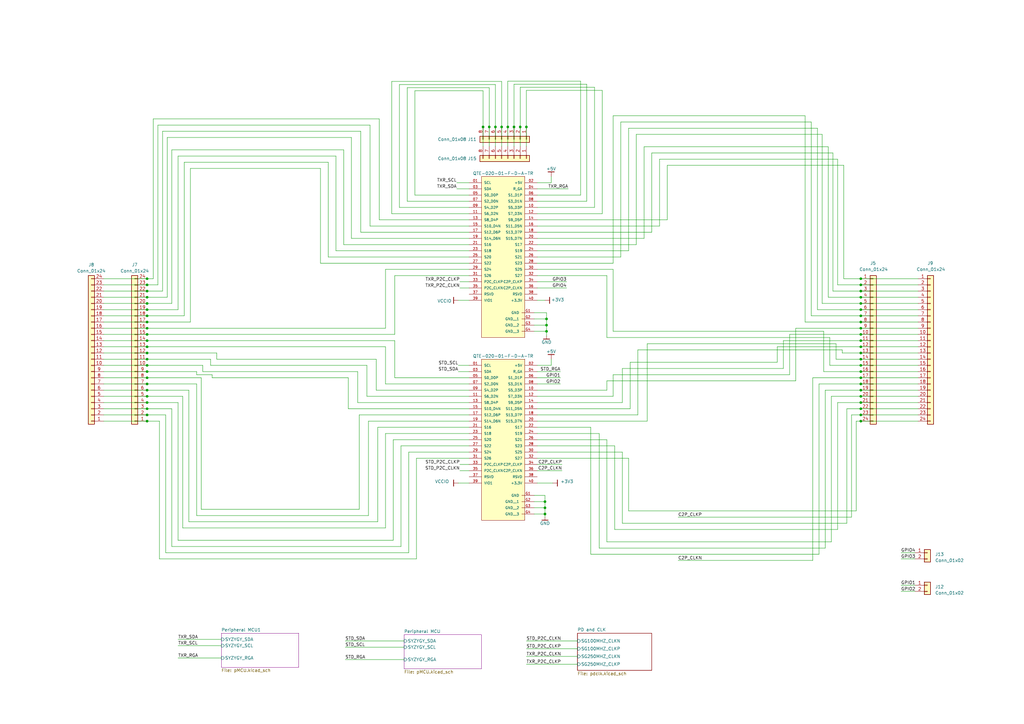
<source format=kicad_sch>
(kicad_sch (version 20230121) (generator eeschema)
  (paper "A3")
  (lib_symbols
    (symbol "Connector_Generic:Conn_01x02" (pin_names (offset 1.016) hide)
      (property "Reference" "J" (at 0 2.54 0))
      (property "Value" "Conn_01x02" (at 0 -5.08 0))
      (symbol "Conn_01x02_1_1"
        (rectangle (start -1.27 -2.413) (end 0 -2.667) (stroke (width 0.1524)))
        (rectangle (start -1.27 0.127) (end 0 -0.127) (stroke (width 0.1524)))
        (rectangle (start -1.27 1.27) (end 1.27 -3.81) (stroke (width 0.254)) (fill (type background)))
        (pin passive line (at -5.08 0 0) (length 3.81) (name "Pin_1") (number "1"))
        (pin passive line (at -5.08 -2.54 0) (length 3.81) (name "Pin_2") (number "2"))
      )
    )
    (symbol "Connector_Generic:Conn_01x08" (pin_names (offset 1.016) hide)
      (property "Reference" "J" (at 0 10.16 0))
      (property "Value" "Conn_01x08" (at 0 -12.7 0))
      (symbol "Conn_01x08_1_1"
        (rectangle (start -1.27 -10.033) (end 0 -10.287) (stroke (width 0.1524)))
        (rectangle (start -1.27 -7.493) (end 0 -7.747) (stroke (width 0.1524)))
        (rectangle (start -1.27 -4.953) (end 0 -5.207) (stroke (width 0.1524)))
        (rectangle (start -1.27 -2.413) (end 0 -2.667) (stroke (width 0.1524)))
        (rectangle (start -1.27 0.127) (end 0 -0.127) (stroke (width 0.1524)))
        (rectangle (start -1.27 2.667) (end 0 2.413) (stroke (width 0.1524)))
        (rectangle (start -1.27 5.207) (end 0 4.953) (stroke (width 0.1524)))
        (rectangle (start -1.27 7.747) (end 0 7.493) (stroke (width 0.1524)))
        (rectangle (start -1.27 8.89) (end 1.27 -11.43) (stroke (width 0.254)) (fill (type background)))
        (pin passive line (at -5.08 7.62 0) (length 3.81) (name "Pin_1") (number "1"))
        (pin passive line (at -5.08 5.08 0) (length 3.81) (name "Pin_2") (number "2"))
        (pin passive line (at -5.08 2.54 0) (length 3.81) (name "Pin_3") (number "3"))
        (pin passive line (at -5.08 0 0) (length 3.81) (name "Pin_4") (number "4"))
        (pin passive line (at -5.08 -2.54 0) (length 3.81) (name "Pin_5") (number "5"))
        (pin passive line (at -5.08 -5.08 0) (length 3.81) (name "Pin_6") (number "6"))
        (pin passive line (at -5.08 -7.62 0) (length 3.81) (name "Pin_7") (number "7"))
        (pin passive line (at -5.08 -10.16 0) (length 3.81) (name "Pin_8") (number "8"))
      )
    )
    (symbol "Connector_Generic:Conn_01x24" (pin_names (offset 1.016) hide)
      (property "Reference" "J" (at 0 30.48 0))
      (property "Value" "Conn_01x24" (at 0 -33.02 0))
      (symbol "Conn_01x24_1_1"
        (rectangle (start -1.27 -30.353) (end 0 -30.607) (stroke (width 0.1524)))
        (rectangle (start -1.27 -27.813) (end 0 -28.067) (stroke (width 0.1524)))
        (rectangle (start -1.27 -25.273) (end 0 -25.527) (stroke (width 0.1524)))
        (rectangle (start -1.27 -22.733) (end 0 -22.987) (stroke (width 0.1524)))
        (rectangle (start -1.27 -20.193) (end 0 -20.447) (stroke (width 0.1524)))
        (rectangle (start -1.27 -17.653) (end 0 -17.907) (stroke (width 0.1524)))
        (rectangle (start -1.27 -15.113) (end 0 -15.367) (stroke (width 0.1524)))
        (rectangle (start -1.27 -12.573) (end 0 -12.827) (stroke (width 0.1524)))
        (rectangle (start -1.27 -10.033) (end 0 -10.287) (stroke (width 0.1524)))
        (rectangle (start -1.27 -7.493) (end 0 -7.747) (stroke (width 0.1524)))
        (rectangle (start -1.27 -4.953) (end 0 -5.207) (stroke (width 0.1524)))
        (rectangle (start -1.27 -2.413) (end 0 -2.667) (stroke (width 0.1524)))
        (rectangle (start -1.27 0.127) (end 0 -0.127) (stroke (width 0.1524)))
        (rectangle (start -1.27 2.667) (end 0 2.413) (stroke (width 0.1524)))
        (rectangle (start -1.27 5.207) (end 0 4.953) (stroke (width 0.1524)))
        (rectangle (start -1.27 7.747) (end 0 7.493) (stroke (width 0.1524)))
        (rectangle (start -1.27 10.287) (end 0 10.033) (stroke (width 0.1524)))
        (rectangle (start -1.27 12.827) (end 0 12.573) (stroke (width 0.1524)))
        (rectangle (start -1.27 15.367) (end 0 15.113) (stroke (width 0.1524)))
        (rectangle (start -1.27 17.907) (end 0 17.653) (stroke (width 0.1524)))
        (rectangle (start -1.27 20.447) (end 0 20.193) (stroke (width 0.1524)))
        (rectangle (start -1.27 22.987) (end 0 22.733) (stroke (width 0.1524)))
        (rectangle (start -1.27 25.527) (end 0 25.273) (stroke (width 0.1524)))
        (rectangle (start -1.27 28.067) (end 0 27.813) (stroke (width 0.1524)))
        (rectangle (start -1.27 29.21) (end 1.27 -31.75) (stroke (width 0.254)) (fill (type background)))
        (pin passive line (at -5.08 27.94 0) (length 3.81) (name "Pin_1") (number "1"))
        (pin passive line (at -5.08 5.08 0) (length 3.81) (name "Pin_10") (number "10"))
        (pin passive line (at -5.08 2.54 0) (length 3.81) (name "Pin_11") (number "11"))
        (pin passive line (at -5.08 0 0) (length 3.81) (name "Pin_12") (number "12"))
        (pin passive line (at -5.08 -2.54 0) (length 3.81) (name "Pin_13") (number "13"))
        (pin passive line (at -5.08 -5.08 0) (length 3.81) (name "Pin_14") (number "14"))
        (pin passive line (at -5.08 -7.62 0) (length 3.81) (name "Pin_15") (number "15"))
        (pin passive line (at -5.08 -10.16 0) (length 3.81) (name "Pin_16") (number "16"))
        (pin passive line (at -5.08 -12.7 0) (length 3.81) (name "Pin_17") (number "17"))
        (pin passive line (at -5.08 -15.24 0) (length 3.81) (name "Pin_18") (number "18"))
        (pin passive line (at -5.08 -17.78 0) (length 3.81) (name "Pin_19") (number "19"))
        (pin passive line (at -5.08 25.4 0) (length 3.81) (name "Pin_2") (number "2"))
        (pin passive line (at -5.08 -20.32 0) (length 3.81) (name "Pin_20") (number "20"))
        (pin passive line (at -5.08 -22.86 0) (length 3.81) (name "Pin_21") (number "21"))
        (pin passive line (at -5.08 -25.4 0) (length 3.81) (name "Pin_22") (number "22"))
        (pin passive line (at -5.08 -27.94 0) (length 3.81) (name "Pin_23") (number "23"))
        (pin passive line (at -5.08 -30.48 0) (length 3.81) (name "Pin_24") (number "24"))
        (pin passive line (at -5.08 22.86 0) (length 3.81) (name "Pin_3") (number "3"))
        (pin passive line (at -5.08 20.32 0) (length 3.81) (name "Pin_4") (number "4"))
        (pin passive line (at -5.08 17.78 0) (length 3.81) (name "Pin_5") (number "5"))
        (pin passive line (at -5.08 15.24 0) (length 3.81) (name "Pin_6") (number "6"))
        (pin passive line (at -5.08 12.7 0) (length 3.81) (name "Pin_7") (number "7"))
        (pin passive line (at -5.08 10.16 0) (length 3.81) (name "Pin_8") (number "8"))
        (pin passive line (at -5.08 7.62 0) (length 3.81) (name "Pin_9") (number "9"))
      )
    )
    (symbol "QTE-020-01-F-D-A-TR:QTE-020-01-F-D-A-TR" (pin_names (offset 1.016))
      (property "Reference" "J" (at -7.62 28.702 0))
      (property "Value" "QTE-020-01-F-D-A-TR" (at -7.62 -38.862 0))
      (symbol "QTE-020-01-F-D-A-TR_0_0"
        (pin power_in line (at 12.7 -27.94 180) (length 5.08) (name "GND") (number "G1"))
        (pin power_in line (at 12.7 -30.48 180) (length 5.08) (name "GND__1") (number "G2"))
        (pin power_in line (at 12.7 -33.02 180) (length 5.08) (name "GND__2") (number "G3"))
        (pin power_in line (at 12.7 -35.56 180) (length 5.08) (name "GND__3") (number "G4"))
      )
      (symbol "QTE-020-01-F-D-A-TR_1_0"
        (rectangle (start -8.89 27.94) (end 8.89 -38.1) (fill (type background)))
        (pin passive line (at -13.97 25.4 0) (length 5.08) (name "SCL") (number "01"))
        (pin passive line (at 13.97 25.4 180) (length 5.08) (name "+5V") (number "02"))
        (pin passive line (at -13.97 22.86 0) (length 5.08) (name "SDA") (number "03"))
        (pin passive line (at 13.97 22.86 180) (length 5.08) (name "R_GA") (number "04"))
        (pin passive line (at -13.97 20.32 0) (length 5.08) (name "S0_D0P") (number "05"))
        (pin passive line (at 13.97 20.32 180) (length 5.08) (name "S1_D1P") (number "06"))
        (pin passive line (at -13.97 17.78 0) (length 5.08) (name "S2_D0N") (number "07"))
        (pin passive line (at 13.97 17.78 180) (length 5.08) (name "S3_D1N") (number "08"))
        (pin passive line (at -13.97 15.24 0) (length 5.08) (name "S4_D2P") (number "09"))
        (pin passive line (at 13.97 15.24 180) (length 5.08) (name "S5_D3P") (number "10"))
        (pin passive line (at -13.97 12.7 0) (length 5.08) (name "S6_D2N") (number "11"))
        (pin passive line (at 13.97 12.7 180) (length 5.08) (name "S7_D3N") (number "12"))
        (pin passive line (at -13.97 10.16 0) (length 5.08) (name "S8_D4P") (number "13"))
        (pin passive line (at 13.97 10.16 180) (length 5.08) (name "S9_D5P") (number "14"))
        (pin passive line (at -13.97 7.62 0) (length 5.08) (name "S10_D4N") (number "15"))
        (pin passive line (at 13.97 7.62 180) (length 5.08) (name "S11_D5N") (number "16"))
        (pin passive line (at -13.97 5.08 0) (length 5.08) (name "S12_D6P") (number "17"))
        (pin passive line (at 13.97 5.08 180) (length 5.08) (name "S13_D7P") (number "18"))
        (pin passive line (at -13.97 2.54 0) (length 5.08) (name "S14_D6N") (number "19"))
        (pin passive line (at 13.97 2.54 180) (length 5.08) (name "S15_D7N") (number "20"))
        (pin passive line (at -13.97 0 0) (length 5.08) (name "S16") (number "21"))
        (pin passive line (at 13.97 0 180) (length 5.08) (name "S17") (number "22"))
        (pin passive line (at -13.97 -2.54 0) (length 5.08) (name "S18") (number "23"))
        (pin passive line (at 13.97 -2.54 180) (length 5.08) (name "S19") (number "24"))
        (pin passive line (at -13.97 -5.08 0) (length 5.08) (name "S20") (number "25"))
        (pin passive line (at 13.97 -5.08 180) (length 5.08) (name "S21") (number "26"))
        (pin passive line (at -13.97 -7.62 0) (length 5.08) (name "S22") (number "27"))
        (pin passive line (at 13.97 -7.62 180) (length 5.08) (name "S23") (number "28"))
        (pin passive line (at -13.97 -10.16 0) (length 5.08) (name "S24") (number "29"))
        (pin passive line (at 13.97 -10.16 180) (length 5.08) (name "S25") (number "30"))
        (pin passive line (at -13.97 -12.7 0) (length 5.08) (name "S26") (number "31"))
        (pin passive line (at 13.97 -12.7 180) (length 5.08) (name "S27") (number "32"))
        (pin passive line (at -13.97 -15.24 0) (length 5.08) (name "P2C_CLKP") (number "33"))
        (pin passive line (at 13.97 -15.24 180) (length 5.08) (name "C2P_CLKP") (number "34"))
        (pin passive line (at -13.97 -17.78 0) (length 5.08) (name "P2C_CLKN") (number "35"))
        (pin passive line (at 13.97 -17.78 180) (length 5.08) (name "C2P_CLKN") (number "36"))
        (pin passive line (at -13.97 -20.32 0) (length 5.08) (name "RSVD") (number "37"))
        (pin passive line (at 13.97 -20.32 180) (length 5.08) (name "RSVD") (number "38"))
        (pin passive line (at -13.97 -22.86 0) (length 5.08) (name "VIO1") (number "39"))
        (pin passive line (at 13.97 -22.86 180) (length 5.08) (name "+3.3V") (number "40"))
      )
    )
    (symbol "gkl_power:+3V3" (power) (pin_names (offset 0))
      (property "Value" "+3V3" (at 0 3.556 0))
      (symbol "+3V3_0_1"
        (polyline (pts (xy -1.27 1.905) (xy 1.27 1.905)) (stroke (width 0.3048)))
        (polyline (pts (xy 0 0) (xy 0 1.905)))
      )
      (symbol "+3V3_1_1"
        (pin power_in line (at 0 0 90) (length 0) hide (name "+3V3") (number "1"))
      )
    )
    (symbol "gkl_power:+5V" (power) (pin_names (offset 0))
      (property "Value" "+5V" (at 0 3.175 0))
      (symbol "+5V_0_1"
        (polyline (pts (xy -1.27 1.905) (xy 1.27 1.905)) (stroke (width 0.3048)))
        (polyline (pts (xy 0 0) (xy 0 1.905)))
      )
      (symbol "+5V_1_1"
        (pin power_in line (at 0 0 90) (length 0) hide (name "+5V") (number "1"))
      )
    )
    (symbol "gkl_power:GND" (power) (pin_names (offset 0))
      (property "Value" "GND" (at 0 -2.54 0))
      (symbol "GND_0_1"
        (polyline (pts (xy 0 -1.27) (xy 0 0)))
        (polyline (pts (xy 1.27 -1.27) (xy -1.27 -1.27)) (stroke (width 0.3048)))
      )
      (symbol "GND_1_1"
        (pin power_in line (at 0 0 270) (length 0) hide (name "GND") (number "1"))
      )
    )
    (symbol "gkl_power:VCCIO" (power) (pin_names (offset 0))
      (property "Value" "VCCIO" (at 0 3.556 0))
      (symbol "VCCIO_0_1"
        (polyline (pts (xy -1.27 1.905) (xy 1.27 1.905)) (stroke (width 0.3048)))
        (polyline (pts (xy 0 0) (xy 0 1.905)))
      )
      (symbol "VCCIO_1_1"
        (pin power_in line (at 0 0 90) (length 0) hide (name "VCCIO") (number "1"))
      )
    )
  )
  (junction (at 224.155 135.89))
  (junction (at 213.36 52.07))
  (junction (at 353.06 129.54))
  (junction (at 224.155 130.81))
  (junction (at 224.155 133.35))
  (junction (at 353.06 116.84))
  (junction (at 353.06 144.78))
  (junction (at 353.06 165.1))
  (junction (at 353.06 114.3))
  (junction (at 203.2 52.07))
  (junction (at 223.52 210.82))
  (junction (at 353.06 149.86))
  (junction (at 353.06 172.72))
  (junction (at 60.325 154.94))
  (junction (at 223.52 208.28))
  (junction (at 353.06 142.24))
  (junction (at 353.06 127))
  (junction (at 60.325 129.54))
  (junction (at 60.325 157.48))
  (junction (at 60.325 165.1))
  (junction (at 60.325 160.02))
  (junction (at 353.06 121.92))
  (junction (at 60.325 149.86))
  (junction (at 353.06 157.48))
  (junction (at 353.06 162.56))
  (junction (at 60.325 170.18))
  (junction (at 208.28 52.07))
  (junction (at 60.325 137.16))
  (junction (at 353.06 139.7))
  (junction (at 353.06 152.4))
  (junction (at 60.325 139.7))
  (junction (at 60.325 119.38))
  (junction (at 210.82 52.07))
  (junction (at 60.325 162.56))
  (junction (at 215.9 52.07))
  (junction (at 353.06 147.32))
  (junction (at 353.06 132.08))
  (junction (at 200.66 52.07))
  (junction (at 205.74 52.07))
  (junction (at 60.325 152.4))
  (junction (at 353.06 170.18))
  (junction (at 60.325 127))
  (junction (at 353.06 137.16))
  (junction (at 60.325 147.32))
  (junction (at 60.325 124.46))
  (junction (at 198.12 52.07))
  (junction (at 60.325 116.84))
  (junction (at 60.325 144.78))
  (junction (at 60.325 142.24))
  (junction (at 60.325 172.72))
  (junction (at 353.06 134.62))
  (junction (at 223.52 205.74))
  (junction (at 353.06 160.02))
  (junction (at 353.06 154.94))
  (junction (at 353.06 119.38))
  (junction (at 60.325 121.92))
  (junction (at 60.325 114.3))
  (junction (at 60.325 167.64))
  (junction (at 60.325 132.08))
  (junction (at 353.06 167.64))
  (junction (at 60.325 134.62))
  (junction (at 353.06 124.46))
  (wire (pts (xy 42.545 144.78) (xy 60.325 144.78)))
  (wire (pts (xy 338.455 160.02) (xy 353.06 160.02)))
  (wire (pts (xy 161.29 180.34) (xy 161.29 221.615)))
  (wire (pts (xy 73.025 64.008) (xy 137.795 64.008)))
  (wire (pts (xy 223.52 205.74) (xy 223.52 203.2)))
  (wire (pts (xy 62.865 48.768) (xy 62.865 114.3)))
  (wire (pts (xy 42.545 149.86) (xy 60.325 149.86)))
  (wire (pts (xy 161.925 154.94) (xy 161.925 139.7)))
  (wire (pts (xy 192.405 97.79) (xy 144.145 97.79)))
  (wire (pts (xy 258.445 167.64) (xy 258.445 148.59)))
  (wire (pts (xy 353.06 132.08) (xy 376.555 132.08)))
  (wire (pts (xy 369.57 229.235) (xy 375.285 229.235)))
  (wire (pts (xy 248.92 222.25) (xy 340.995 222.25)))
  (wire (pts (xy 42.545 147.32) (xy 60.325 147.32)))
  (wire (pts (xy 192.405 154.94) (xy 161.925 154.94)))
  (wire (pts (xy 345.44 144.78) (xy 353.06 144.78)))
  (wire (pts (xy 70.485 224.155) (xy 164.465 224.155)))
  (wire (pts (xy 163.83 34.671) (xy 203.2 34.671)))
  (wire (pts (xy 158.115 157.48) (xy 192.405 157.48)))
  (wire (pts (xy 134.62 66.548) (xy 134.62 105.41)))
  (wire (pts (xy 335.28 52.578) (xy 335.28 127)))
  (wire (pts (xy 210.82 34.544) (xy 210.82 52.07)))
  (wire (pts (xy 192.405 102.87) (xy 137.795 102.87)))
  (wire (pts (xy 65.405 172.72) (xy 60.325 172.72)))
  (wire (pts (xy 170.18 37.211) (xy 198.12 37.211)))
  (wire (pts (xy 192.405 187.96) (xy 170.815 187.96)))
  (wire (pts (xy 332.74 129.54) (xy 353.06 129.54)))
  (wire (pts (xy 88.9 147.32) (xy 88.9 144.78)))
  (wire (pts (xy 353.06 129.54) (xy 376.555 129.54)))
  (wire (pts (xy 192.405 95.25) (xy 147.955 95.25)))
  (wire (pts (xy 220.345 105.41) (xy 254.635 105.41)))
  (wire (pts (xy 198.12 52.07) (xy 198.12 59.944)))
  (wire (pts (xy 318.77 142.24) (xy 353.06 142.24)))
  (wire (pts (xy 257.81 52.578) (xy 257.81 102.87)))
  (wire (pts (xy 340.36 138.43) (xy 340.36 149.86)))
  (wire (pts (xy 192.405 185.42) (xy 167.64 185.42)))
  (wire (pts (xy 170.815 187.96) (xy 170.815 229.235)))
  (wire (pts (xy 248.92 156.21) (xy 248.92 160.02)))
  (wire (pts (xy 210.82 52.07) (xy 210.82 59.944)))
  (wire (pts (xy 245.745 177.8) (xy 245.745 224.79)))
  (wire (pts (xy 192.405 82.55) (xy 167.005 82.55)))
  (wire (pts (xy 230.505 190.5) (xy 220.345 190.5)))
  (wire (pts (xy 232.41 115.57) (xy 220.345 115.57)))
  (wire (pts (xy 353.06 170.18) (xy 376.555 170.18)))
  (wire (pts (xy 88.9 147.32) (xy 154.305 147.32)))
  (wire (pts (xy 270.51 65.278) (xy 343.535 65.278)))
  (wire (pts (xy 220.345 157.48) (xy 229.87 157.48)))
  (wire (pts (xy 251.46 135.89) (xy 337.82 135.89)))
  (wire (pts (xy 332.74 50.038) (xy 332.74 129.54)))
  (wire (pts (xy 42.545 134.62) (xy 60.325 134.62)))
  (wire (pts (xy 60.325 134.62) (xy 158.115 134.62)))
  (wire (pts (xy 80.645 211.455) (xy 80.645 157.48)))
  (wire (pts (xy 154.94 175.26) (xy 154.94 213.995)))
  (wire (pts (xy 78.105 69.088) (xy 131.445 69.088)))
  (wire (pts (xy 200.66 35.941) (xy 167.005 35.941)))
  (wire (pts (xy 255.27 165.1) (xy 220.345 165.1)))
  (wire (pts (xy 369.57 242.57) (xy 375.285 242.57)))
  (wire (pts (xy 215.9 272.415) (xy 236.855 272.415)))
  (wire (pts (xy 353.06 152.4) (xy 376.555 152.4)))
  (wire (pts (xy 353.06 167.64) (xy 376.555 167.64)))
  (wire (pts (xy 140.97 61.468) (xy 140.97 100.33)))
  (wire (pts (xy 346.075 114.3) (xy 353.06 114.3)))
  (wire (pts (xy 251.46 162.56) (xy 220.345 162.56)))
  (wire (pts (xy 220.345 92.71) (xy 270.51 92.71)))
  (wire (pts (xy 205.74 33.401) (xy 205.74 52.07)))
  (wire (pts (xy 192.405 162.56) (xy 150.495 162.56)))
  (wire (pts (xy 192.405 149.86) (xy 187.96 149.86)))
  (wire (pts (xy 70.485 61.468) (xy 70.485 124.46)))
  (wire (pts (xy 251.46 47.498) (xy 251.46 107.95)))
  (wire (pts (xy 223.52 212.09) (xy 223.52 210.82)))
  (wire (pts (xy 70.485 124.46) (xy 60.325 124.46)))
  (wire (pts (xy 74.93 162.56) (xy 60.325 162.56)))
  (wire (pts (xy 170.18 37.211) (xy 170.18 80.01)))
  (wire (pts (xy 339.725 121.92) (xy 353.06 121.92)))
  (wire (pts (xy 86.995 154.94) (xy 86.995 153.67)))
  (wire (pts (xy 80.645 211.455) (xy 151.13 211.455)))
  (wire (pts (xy 192.405 80.01) (xy 170.18 80.01)))
  (wire (pts (xy 224.155 137.795) (xy 224.155 135.89)))
  (wire (pts (xy 62.865 114.3) (xy 60.325 114.3)))
  (wire (pts (xy 192.405 152.4) (xy 187.96 152.4)))
  (wire (pts (xy 224.155 128.27) (xy 219.075 128.27)))
  (wire (pts (xy 73.025 165.1) (xy 60.325 165.1)))
  (wire (pts (xy 192.405 92.71) (xy 151.765 92.71)))
  (wire (pts (xy 220.345 187.96) (xy 257.81 187.96)))
  (wire (pts (xy 226.06 72.39) (xy 226.06 74.93)))
  (wire (pts (xy 192.405 193.04) (xy 188.595 193.04)))
  (wire (pts (xy 144.145 56.388) (xy 144.145 97.79)))
  (wire (pts (xy 330.2 47.498) (xy 330.2 132.08)))
  (wire (pts (xy 346.075 67.818) (xy 346.075 114.3)))
  (wire (pts (xy 226.06 149.86) (xy 220.345 149.86)))
  (wire (pts (xy 158.115 177.8) (xy 158.115 216.535)))
  (wire (pts (xy 42.545 124.46) (xy 60.325 124.46)))
  (wire (pts (xy 142.875 154.94) (xy 142.875 167.64)))
  (wire (pts (xy 265.43 140.97) (xy 342.9 140.97)))
  (wire (pts (xy 60.325 149.86) (xy 83.185 149.86)))
  (wire (pts (xy 64.77 51.308) (xy 151.765 51.308)))
  (wire (pts (xy 208.28 52.07) (xy 208.28 59.944)))
  (wire (pts (xy 146.685 152.4) (xy 146.685 165.1)))
  (wire (pts (xy 220.345 172.72) (xy 265.43 172.72)))
  (wire (pts (xy 163.83 34.671) (xy 163.83 85.09)))
  (wire (pts (xy 42.545 127) (xy 60.325 127)))
  (wire (pts (xy 213.36 35.814) (xy 213.36 52.07)))
  (wire (pts (xy 220.345 182.88) (xy 252.095 182.88)))
  (wire (pts (xy 337.82 152.4) (xy 353.06 152.4)))
  (wire (pts (xy 60.325 139.7) (xy 161.925 139.7)))
  (wire (pts (xy 64.77 51.308) (xy 64.77 116.84)))
  (wire (pts (xy 248.92 156.21) (xy 326.39 156.21)))
  (wire (pts (xy 335.915 157.48) (xy 353.06 157.48)))
  (wire (pts (xy 223.52 208.28) (xy 223.52 205.74)))
  (wire (pts (xy 155.575 48.768) (xy 155.575 90.17)))
  (wire (pts (xy 261.62 143.51) (xy 345.44 143.51)))
  (wire (pts (xy 192.405 90.17) (xy 155.575 90.17)))
  (wire (pts (xy 65.405 172.72) (xy 65.405 229.235)))
  (wire (pts (xy 154.305 160.02) (xy 192.405 160.02)))
  (wire (pts (xy 160.655 33.401) (xy 160.655 87.63)))
  (wire (pts (xy 353.06 119.38) (xy 376.555 119.38)))
  (wire (pts (xy 73.025 264.795) (xy 90.805 264.795)))
  (wire (pts (xy 192.405 177.8) (xy 158.115 177.8)))
  (wire (pts (xy 251.46 107.95) (xy 220.345 107.95)))
  (wire (pts (xy 154.94 175.26) (xy 192.405 175.26)))
  (wire (pts (xy 278.13 212.09) (xy 349.25 212.09)))
  (wire (pts (xy 192.405 105.41) (xy 134.62 105.41)))
  (wire (pts (xy 192.405 172.72) (xy 151.13 172.72)))
  (wire (pts (xy 353.06 160.02) (xy 376.555 160.02)))
  (wire (pts (xy 164.465 182.88) (xy 164.465 224.155)))
  (wire (pts (xy 42.545 132.08) (xy 60.325 132.08)))
  (wire (pts (xy 147.955 53.848) (xy 147.955 95.25)))
  (wire (pts (xy 342.9 147.32) (xy 353.06 147.32)))
  (wire (pts (xy 343.535 65.278) (xy 343.535 116.84)))
  (wire (pts (xy 260.985 55.118) (xy 260.985 100.33)))
  (wire (pts (xy 338.455 160.02) (xy 338.455 224.79)))
  (wire (pts (xy 220.345 95.25) (xy 267.335 95.25)))
  (wire (pts (xy 248.92 160.02) (xy 220.345 160.02)))
  (wire (pts (xy 75.565 66.548) (xy 75.565 129.54)))
  (wire (pts (xy 226.695 198.12) (xy 220.345 198.12)))
  (wire (pts (xy 323.85 153.67) (xy 323.85 137.16)))
  (wire (pts (xy 255.27 214.63) (xy 347.345 214.63)))
  (wire (pts (xy 333.375 154.94) (xy 333.375 229.87)))
  (wire (pts (xy 42.545 152.4) (xy 60.325 152.4)))
  (wire (pts (xy 261.62 170.18) (xy 261.62 143.51)))
  (wire (pts (xy 270.51 65.278) (xy 270.51 92.71)))
  (wire (pts (xy 343.535 165.1) (xy 353.06 165.1)))
  (wire (pts (xy 335.915 157.48) (xy 335.915 227.33)))
  (wire (pts (xy 240.665 34.544) (xy 240.665 82.55)))
  (wire (pts (xy 192.405 123.19) (xy 187.96 123.19)))
  (wire (pts (xy 60.325 144.78) (xy 88.9 144.78)))
  (wire (pts (xy 86.36 149.86) (xy 150.495 149.86)))
  (wire (pts (xy 213.36 52.07) (xy 213.36 59.944)))
  (wire (pts (xy 215.9 262.89) (xy 236.855 262.89)))
  (wire (pts (xy 200.66 35.941) (xy 200.66 52.07)))
  (wire (pts (xy 340.995 162.56) (xy 353.06 162.56)))
  (wire (pts (xy 248.92 113.03) (xy 248.92 138.43)))
  (wire (pts (xy 247.015 37.084) (xy 247.015 87.63)))
  (wire (pts (xy 254.635 50.038) (xy 254.635 105.41)))
  (wire (pts (xy 137.795 64.008) (xy 137.795 102.87)))
  (wire (pts (xy 147.32 170.18) (xy 147.32 208.915)))
  (wire (pts (xy 82.55 208.915) (xy 147.32 208.915)))
  (wire (pts (xy 167.005 35.941) (xy 167.005 82.55)))
  (wire (pts (xy 353.06 172.72) (xy 376.555 172.72)))
  (wire (pts (xy 141.605 270.51) (xy 165.735 270.51)))
  (wire (pts (xy 337.185 55.118) (xy 337.185 124.46)))
  (wire (pts (xy 220.345 100.33) (xy 260.985 100.33)))
  (wire (pts (xy 75.565 129.54) (xy 60.325 129.54)))
  (wire (pts (xy 353.06 127) (xy 376.555 127)))
  (wire (pts (xy 60.325 142.24) (xy 158.115 142.24)))
  (wire (pts (xy 70.485 167.64) (xy 60.325 167.64)))
  (wire (pts (xy 42.545 114.3) (xy 60.325 114.3)))
  (wire (pts (xy 341.63 62.738) (xy 341.63 119.38)))
  (wire (pts (xy 198.12 37.211) (xy 198.12 52.07)))
  (wire (pts (xy 80.645 153.67) (xy 80.645 152.4)))
  (wire (pts (xy 220.345 90.17) (xy 273.685 90.17)))
  (wire (pts (xy 151.765 51.308) (xy 151.765 92.71)))
  (wire (pts (xy 60.325 147.32) (xy 86.36 147.32)))
  (wire (pts (xy 65.405 229.235) (xy 170.815 229.235)))
  (wire (pts (xy 131.445 69.088) (xy 131.445 107.95)))
  (wire (pts (xy 74.93 216.535) (xy 158.115 216.535)))
  (wire (pts (xy 42.545 137.16) (xy 60.325 137.16)))
  (wire (pts (xy 192.405 100.33) (xy 140.97 100.33)))
  (wire (pts (xy 242.316 175.26) (xy 242.316 227.33)))
  (wire (pts (xy 240.665 34.544) (xy 210.82 34.544)))
  (wire (pts (xy 60.325 154.94) (xy 82.55 154.94)))
  (wire (pts (xy 318.77 148.59) (xy 318.77 142.24)))
  (wire (pts (xy 192.405 113.03) (xy 161.925 113.03)))
  (wire (pts (xy 192.405 118.11) (xy 188.595 118.11)))
  (wire (pts (xy 337.185 124.46) (xy 353.06 124.46)))
  (wire (pts (xy 220.345 175.26) (xy 242.316 175.26)))
  (wire (pts (xy 220.345 170.18) (xy 261.62 170.18)))
  (wire (pts (xy 77.47 160.02) (xy 77.47 213.995)))
  (wire (pts (xy 68.58 121.92) (xy 60.325 121.92)))
  (wire (pts (xy 70.485 61.468) (xy 140.97 61.468)))
  (wire (pts (xy 208.28 33.274) (xy 208.28 52.07)))
  (wire (pts (xy 42.545 157.48) (xy 60.325 157.48)))
  (wire (pts (xy 229.87 152.4) (xy 220.345 152.4)))
  (wire (pts (xy 73.025 269.875) (xy 90.805 269.875)))
  (wire (pts (xy 60.325 152.4) (xy 80.645 152.4)))
  (wire (pts (xy 224.155 135.89) (xy 224.155 133.35)))
  (wire (pts (xy 215.9 37.084) (xy 215.9 52.07)))
  (wire (pts (xy 158.115 142.24) (xy 158.115 157.48)))
  (wire (pts (xy 353.06 137.16) (xy 376.555 137.16)))
  (wire (pts (xy 192.405 190.5) (xy 188.595 190.5)))
  (wire (pts (xy 224.155 130.81) (xy 224.155 128.27)))
  (wire (pts (xy 75.565 66.548) (xy 134.62 66.548)))
  (wire (pts (xy 278.13 229.87) (xy 333.375 229.87)))
  (wire (pts (xy 205.74 33.401) (xy 160.655 33.401)))
  (wire (pts (xy 192.405 107.95) (xy 131.445 107.95)))
  (wire (pts (xy 78.105 132.08) (xy 60.325 132.08)))
  (wire (pts (xy 220.345 85.09) (xy 243.84 85.09)))
  (wire (pts (xy 215.9 269.24) (xy 236.855 269.24)))
  (wire (pts (xy 223.52 210.82) (xy 223.52 208.28)))
  (wire (pts (xy 242.316 227.33) (xy 335.915 227.33)))
  (wire (pts (xy 86.36 147.32) (xy 86.36 149.86)))
  (wire (pts (xy 42.545 172.72) (xy 60.325 172.72)))
  (wire (pts (xy 245.745 224.79) (xy 338.455 224.79)))
  (wire (pts (xy 67.945 170.18) (xy 67.945 226.695)))
  (wire (pts (xy 220.345 177.8) (xy 245.745 177.8)))
  (wire (pts (xy 232.41 118.11) (xy 220.345 118.11)))
  (wire (pts (xy 192.405 110.49) (xy 158.115 110.49)))
  (wire (pts (xy 223.52 205.74) (xy 219.075 205.74)))
  (wire (pts (xy 353.06 124.46) (xy 376.555 124.46)))
  (wire (pts (xy 340.995 162.56) (xy 340.995 222.25)))
  (wire (pts (xy 353.06 147.32) (xy 376.555 147.32)))
  (wire (pts (xy 220.345 167.64) (xy 258.445 167.64)))
  (wire (pts (xy 326.39 156.21) (xy 326.39 134.62)))
  (wire (pts (xy 351.155 172.72) (xy 351.155 209.55)))
  (wire (pts (xy 238.125 33.274) (xy 238.125 80.01)))
  (wire (pts (xy 353.06 134.62) (xy 376.555 134.62)))
  (wire (pts (xy 146.685 165.1) (xy 192.405 165.1)))
  (wire (pts (xy 251.46 153.67) (xy 323.85 153.67)))
  (wire (pts (xy 154.305 147.32) (xy 154.305 160.02)))
  (wire (pts (xy 238.125 33.274) (xy 208.28 33.274)))
  (wire (pts (xy 342.9 140.97) (xy 342.9 147.32)))
  (wire (pts (xy 192.405 87.63) (xy 160.655 87.63)))
  (wire (pts (xy 42.545 165.1) (xy 60.325 165.1)))
  (wire (pts (xy 340.36 149.86) (xy 353.06 149.86)))
  (wire (pts (xy 42.545 167.64) (xy 60.325 167.64)))
  (wire (pts (xy 251.46 110.49) (xy 251.46 135.89)))
  (wire (pts (xy 353.06 157.48) (xy 376.555 157.48)))
  (wire (pts (xy 248.92 113.03) (xy 220.345 113.03)))
  (wire (pts (xy 335.28 127) (xy 353.06 127)))
  (wire (pts (xy 223.52 210.82) (xy 219.075 210.82)))
  (wire (pts (xy 273.685 67.818) (xy 346.075 67.818)))
  (wire (pts (xy 252.095 182.88) (xy 252.095 217.17)))
  (wire (pts (xy 73.025 64.008) (xy 73.025 127)))
  (wire (pts (xy 141.605 262.89) (xy 165.735 262.89)))
  (wire (pts (xy 243.84 35.814) (xy 243.84 85.09)))
  (wire (pts (xy 215.9 37.084) (xy 247.015 37.084)))
  (wire (pts (xy 161.925 113.03) (xy 161.925 137.16)))
  (wire (pts (xy 349.25 170.18) (xy 349.25 212.09)))
  (wire (pts (xy 77.47 160.02) (xy 60.325 160.02)))
  (wire (pts (xy 42.545 154.94) (xy 60.325 154.94)))
  (wire (pts (xy 343.535 116.84) (xy 353.06 116.84)))
  (wire (pts (xy 255.27 185.42) (xy 255.27 214.63)))
  (wire (pts (xy 220.345 80.01) (xy 238.125 80.01)))
  (wire (pts (xy 339.725 60.198) (xy 339.725 121.92)))
  (wire (pts (xy 66.675 53.848) (xy 66.675 119.38)))
  (wire (pts (xy 42.545 160.02) (xy 60.325 160.02)))
  (wire (pts (xy 251.46 47.498) (xy 330.2 47.498)))
  (wire (pts (xy 42.545 129.54) (xy 60.325 129.54)))
  (wire (pts (xy 77.47 213.995) (xy 154.94 213.995)))
  (wire (pts (xy 265.43 140.97) (xy 265.43 172.72)))
  (wire (pts (xy 347.345 167.64) (xy 347.345 214.63)))
  (wire (pts (xy 42.545 119.38) (xy 60.325 119.38)))
  (wire (pts (xy 224.155 133.35) (xy 224.155 130.81)))
  (wire (pts (xy 67.945 226.695) (xy 167.64 226.695)))
  (wire (pts (xy 248.92 138.43) (xy 340.36 138.43)))
  (wire (pts (xy 353.06 165.1) (xy 376.555 165.1)))
  (wire (pts (xy 264.16 60.198) (xy 339.725 60.198)))
  (wire (pts (xy 252.095 217.17) (xy 343.535 217.17)))
  (wire (pts (xy 192.405 85.09) (xy 163.83 85.09)))
  (wire (pts (xy 220.345 82.55) (xy 240.665 82.55)))
  (wire (pts (xy 353.06 114.3) (xy 376.555 114.3)))
  (wire (pts (xy 86.995 153.67) (xy 80.645 153.67)))
  (wire (pts (xy 248.92 180.34) (xy 248.92 222.25)))
  (wire (pts (xy 353.06 154.94) (xy 376.555 154.94)))
  (wire (pts (xy 257.81 102.87) (xy 220.345 102.87)))
  (wire (pts (xy 68.58 56.388) (xy 68.58 121.92)))
  (wire (pts (xy 192.405 77.47) (xy 187.325 77.47)))
  (wire (pts (xy 257.81 209.55) (xy 351.155 209.55)))
  (wire (pts (xy 321.31 139.7) (xy 353.06 139.7)))
  (wire (pts (xy 323.85 137.16) (xy 353.06 137.16)))
  (wire (pts (xy 192.405 170.18) (xy 147.32 170.18)))
  (wire (pts (xy 251.46 110.49) (xy 220.345 110.49)))
  (wire (pts (xy 351.155 172.72) (xy 353.06 172.72)))
  (wire (pts (xy 60.325 116.84) (xy 64.77 116.84)))
  (wire (pts (xy 369.57 240.03) (xy 375.285 240.03)))
  (wire (pts (xy 267.335 62.738) (xy 341.63 62.738)))
  (wire (pts (xy 80.645 157.48) (xy 60.325 157.48)))
  (wire (pts (xy 83.185 149.86) (xy 83.185 152.4)))
  (wire (pts (xy 220.345 87.63) (xy 247.015 87.63)))
  (wire (pts (xy 42.545 162.56) (xy 60.325 162.56)))
  (wire (pts (xy 273.685 67.818) (xy 273.685 90.17)))
  (wire (pts (xy 223.52 203.2) (xy 219.075 203.2)))
  (wire (pts (xy 251.46 153.67) (xy 251.46 162.56)))
  (wire (pts (xy 42.545 139.7) (xy 60.325 139.7)))
  (wire (pts (xy 224.155 133.35) (xy 219.075 133.35)))
  (wire (pts (xy 203.2 52.07) (xy 203.2 59.944)))
  (wire (pts (xy 341.63 119.38) (xy 353.06 119.38)))
  (wire (pts (xy 213.36 35.814) (xy 243.84 35.814)))
  (wire (pts (xy 257.81 52.578) (xy 335.28 52.578)))
  (wire (pts (xy 353.06 162.56) (xy 376.555 162.56)))
  (wire (pts (xy 66.675 119.38) (xy 60.325 119.38)))
  (wire (pts (xy 353.06 144.78) (xy 376.555 144.78)))
  (wire (pts (xy 60.325 137.16) (xy 161.925 137.16)))
  (wire (pts (xy 60.325 170.18) (xy 67.945 170.18)))
  (wire (pts (xy 158.115 110.49) (xy 158.115 134.62)))
  (wire (pts (xy 86.995 154.94) (xy 142.875 154.94)))
  (wire (pts (xy 215.9 266.065) (xy 236.855 266.065)))
  (wire (pts (xy 141.605 265.43) (xy 165.735 265.43)))
  (wire (pts (xy 264.16 60.198) (xy 264.16 97.79)))
  (wire (pts (xy 220.345 185.42) (xy 255.27 185.42)))
  (wire (pts (xy 70.485 167.64) (xy 70.485 224.155)))
  (wire (pts (xy 255.27 151.13) (xy 321.31 151.13)))
  (wire (pts (xy 151.13 172.72) (xy 151.13 211.455)))
  (wire (pts (xy 215.9 52.07) (xy 215.9 59.944)))
  (wire (pts (xy 192.405 198.12) (xy 187.96 198.12)))
  (wire (pts (xy 73.025 127) (xy 60.325 127)))
  (wire (pts (xy 62.865 48.768) (xy 155.575 48.768)))
  (wire (pts (xy 230.505 193.04) (xy 220.345 193.04)))
  (wire (pts (xy 200.66 52.07) (xy 200.66 59.944)))
  (wire (pts (xy 353.06 142.24) (xy 376.555 142.24)))
  (wire (pts (xy 353.06 121.92) (xy 376.555 121.92)))
  (wire (pts (xy 223.52 123.19) (xy 220.345 123.19)))
  (wire (pts (xy 66.675 53.848) (xy 147.955 53.848)))
  (wire (pts (xy 78.105 69.088) (xy 78.105 132.08)))
  (wire (pts (xy 161.29 180.34) (xy 192.405 180.34)))
  (wire (pts (xy 220.345 97.79) (xy 264.16 97.79)))
  (wire (pts (xy 220.345 154.94) (xy 229.87 154.94)))
  (wire (pts (xy 349.25 170.18) (xy 353.06 170.18)))
  (wire (pts (xy 226.06 147.32) (xy 226.06 149.86)))
  (wire (pts (xy 192.405 115.57) (xy 188.595 115.57)))
  (wire (pts (xy 226.06 74.93) (xy 220.345 74.93)))
  (wire (pts (xy 83.185 152.4) (xy 146.685 152.4)))
  (wire (pts (xy 255.27 151.13) (xy 255.27 165.1)))
  (wire (pts (xy 347.345 167.64) (xy 353.06 167.64)))
  (wire (pts (xy 73.025 262.255) (xy 90.805 262.255)))
  (wire (pts (xy 321.31 151.13) (xy 321.31 139.7)))
  (wire (pts (xy 192.405 167.64) (xy 142.875 167.64)))
  (wire (pts (xy 203.2 34.671) (xy 203.2 52.07)))
  (wire (pts (xy 254.635 50.038) (xy 332.74 50.038)))
  (wire (pts (xy 330.2 132.08) (xy 353.06 132.08)))
  (wire (pts (xy 42.545 116.84) (xy 60.325 116.84)))
  (wire (pts (xy 257.81 209.55) (xy 257.81 187.96)))
  (wire (pts (xy 353.06 116.84) (xy 376.555 116.84)))
  (wire (pts (xy 258.445 148.59) (xy 318.77 148.59)))
  (wire (pts (xy 42.545 170.18) (xy 60.325 170.18)))
  (wire (pts (xy 192.405 74.93) (xy 187.325 74.93)))
  (wire (pts (xy 369.57 226.695) (xy 375.285 226.695)))
  (wire (pts (xy 343.535 165.1) (xy 343.535 217.17)))
  (wire (pts (xy 333.375 154.94) (xy 353.06 154.94)))
  (wire (pts (xy 68.58 56.388) (xy 144.145 56.388)))
  (wire (pts (xy 224.155 135.89) (xy 219.075 135.89)))
  (wire (pts (xy 233.045 77.47) (xy 220.345 77.47)))
  (wire (pts (xy 220.345 180.34) (xy 248.92 180.34)))
  (wire (pts (xy 73.025 165.1) (xy 73.025 221.615)))
  (wire (pts (xy 224.155 130.81) (xy 219.075 130.81)))
  (wire (pts (xy 267.335 62.738) (xy 267.335 95.25)))
  (wire (pts (xy 42.545 142.24) (xy 60.325 142.24)))
  (wire (pts (xy 82.55 208.915) (xy 82.55 154.94)))
  (wire (pts (xy 260.985 55.118) (xy 337.185 55.118)))
  (wire (pts (xy 74.93 162.56) (xy 74.93 216.535)))
  (wire (pts (xy 150.495 162.56) (xy 150.495 149.86)))
  (wire (pts (xy 326.39 134.62) (xy 353.06 134.62)))
  (wire (pts (xy 205.74 52.07) (xy 205.74 59.944)))
  (wire (pts (xy 73.025 221.615) (xy 161.29 221.615)))
  (wire (pts (xy 345.44 143.51) (xy 345.44 144.78)))
  (wire (pts (xy 353.06 149.86) (xy 376.555 149.86)))
  (wire (pts (xy 337.82 135.89) (xy 337.82 152.4)))
  (wire (pts (xy 42.545 121.92) (xy 60.325 121.92)))
  (wire (pts (xy 223.52 208.28) (xy 219.075 208.28)))
  (wire (pts (xy 167.64 185.42) (xy 167.64 226.695)))
  (wire (pts (xy 353.06 139.7) (xy 376.555 139.7)))
  (wire (pts (xy 192.405 182.88) (xy 164.465 182.88)))
  (label "TXR_SDA" (at 73.025 262.255 0))
  (label "GPIO3" (at 232.41 115.57 180))
  (label "C2P_CLKP" (at 230.505 190.5 180))
  (label "GPIO2" (at 229.87 157.48 180))
  (label "STD_SCL" (at 141.605 265.43 0))
  (label "STD_P2C_CLKN" (at 215.9 262.89 0))
  (label "STD_P2C_CLKP" (at 188.595 190.5 180))
  (label "TXR_P2C_CLKP" (at 188.595 115.57 180))
  (label "C2P_CLKP" (at 278.13 212.09 0))
  (label "STD_SDA" (at 141.605 262.89 0))
  (label "GPIO4" (at 369.57 226.695 0))
  (label "TXR_RGA" (at 73.025 269.875 0))
  (label "GPIO4" (at 232.41 118.11 180))
  (label "STD_P2C_CLKP" (at 215.9 266.065 0))
  (label "GPIO3" (at 369.57 229.235 0))
  (label "TXR_P2C_CLKN" (at 215.9 269.24 0))
  (label "GPIO1" (at 229.87 154.94 180))
  (label "STD_P2C_CLKN" (at 188.595 193.04 180))
  (label "GPIO2" (at 369.57 242.57 0))
  (label "TXR_RGA" (at 233.045 77.47 180))
  (label "STD_RGA" (at 141.605 270.51 0))
  (label "TXR_P2C_CLKN" (at 188.595 118.11 180))
  (label "C2P_CLKN" (at 230.505 193.04 180))
  (label "GPIO1" (at 369.57 240.03 0))
  (label "TXR_P2C_CLKP" (at 215.9 272.415 0))
  (label "STD_SDA" (at 187.96 152.4 180))
  (label "STD_RGA" (at 229.87 152.4 180))
  (label "STD_SCL" (at 187.96 149.86 180))
  (label "C2P_CLKN" (at 278.13 229.87 0))
  (label "TXR_SCL" (at 73.025 264.795 0))
  (label "TXR_SCL" (at 187.325 74.93 180))
  (label "TXR_SDA" (at 187.325 77.47 180))
  (symbol (lib_id "gkl_power:VCCIO") (at 187.96 123.19 90) (unit 1)
    (property "Reference" "#PWR084" (effects hide))
    (property "Value" "VCCIO" (at 185.166 123.444 90) (effects (justify left)))
  )
  (symbol (lib_id "gkl_power:+5V") (at 226.06 147.32 0) (unit 1)
    (property "Reference" "#PWR035" (effects hide))
    (property "Value" "+5V" (at 226.06 144.145 0))
  )
  (symbol (lib_id "Connector_Generic:Conn_01x24") (at 55.245 144.78 180) (unit 1)
    (property "Reference" "J7" (at 55.245 108.585 0))
    (property "Value" "Conn_01x24" (at 55.245 111.125 0))
    (property "Footprint" "Connector_PinHeader_2.54mm:PinHeader_1x24_P2.54mm_Vertical" (effects hide))
  )
  (symbol (lib_id "QTE-020-01-F-D-A-TR:QTE-020-01-F-D-A-TR") (at 206.375 175.26 0) (unit 1)
    (property "Reference" "J2" (effects hide))
    (property "Value" "QTE-020-01-F-D-A-TR" (at 206.375 146.05 0))
    (property "Footprint" "kicad-libs:SAMTEC_QTE-020-01-F-D-A-TR" (effects hide))
    (property "MF" "Samtec" (effects hide))
    (property "DESCRIPTION" "Q Strip High-Speed Ground Plane Header, 0.80mm Pitch" (effects hide))
    (property "PACKAGE" "None" (effects hide))
    (property "PRICE" "None" (effects hide))
    (property "MP" "QTE-020-01-F-D-A-TR" (effects hide))
    (property "AVAILABILITY" "In Stock" (effects hide))
    (property "PURCHASE-URL" "https://pricing.snapeda.com/search/part/QTE-020-01-F-D-A-TR/?ref=eda" (effects hide))
  )
  (symbol (lib_id "Connector_Generic:Conn_01x24") (at 358.14 142.24 0) (unit 1)
    (property "Reference" "J5" (at 356.87 107.95 0) (effects (justify left)))
    (property "Value" "Conn_01x24" (at 352.425 110.49 0) (effects (justify left)))
    (property "Footprint" "Connector_PinHeader_2.54mm:PinHeader_1x24_P2.54mm_Vertical" (effects hide))
  )
  (symbol (lib_id "Connector_Generic:Conn_01x08") (at 208.28 57.15 270) (unit 1)
    (property "Reference" "J11" (at 193.675 57.15 90))
    (property "Value" "Conn_01x08" (at 185.42 57.15 90))
    (property "Footprint" "Connector_PinHeader_2.54mm:PinHeader_1x08_P2.54mm_Vertical" (effects hide))
  )
  (symbol (lib_id "gkl_power:+3V3") (at 223.52 123.19 270) (unit 1)
    (property "Reference" "#PWR033" (effects hide))
    (property "Value" "+3V3" (at 226.06 122.936 90) (effects (justify left)))
  )
  (symbol (lib_id "Connector_Generic:Conn_01x08") (at 208.28 65.024 270) (unit 1)
    (property "Reference" "J15" (at 193.675 65.024 90))
    (property "Value" "Conn_01x08" (at 185.42 65.024 90))
    (property "Footprint" "Connector_PinHeader_2.54mm:PinHeader_1x08_P2.54mm_Vertical" (effects hide))
  )
  (symbol (lib_id "gkl_power:+3V3") (at 226.695 198.12 270) (unit 1)
    (property "Reference" "#PWR034" (effects hide))
    (property "Value" "+3V3" (at 229.87 197.485 90) (effects (justify left)))
  )
  (symbol (lib_id "Connector_Generic:Conn_01x24") (at 37.465 144.78 180) (unit 1)
    (property "Reference" "J8" (at 37.465 108.585 0))
    (property "Value" "Conn_01x24" (at 37.465 111.125 0))
    (property "Footprint" "Connector_PinHeader_2.54mm:PinHeader_1x24_P2.54mm_Vertical" (effects hide))
  )
  (symbol (lib_id "gkl_power:GND") (at 224.155 137.795 0) (unit 1)
    (property "Reference" "#PWR032" (effects hide))
    (property "Value" "GND" (at 224.155 140.335 0))
  )
  (symbol (lib_id "Connector_Generic:Conn_01x02") (at 380.365 226.695 0) (unit 1)
    (property "Reference" "J13" (at 383.54 227.33 0) (effects (justify left)))
    (property "Value" "Conn_01x02" (at 383.54 229.87 0) (effects (justify left)))
    (property "Footprint" "Connector_PinHeader_2.54mm:PinHeader_1x02_P2.54mm_Vertical" (effects hide))
  )
  (symbol (lib_id "Connector_Generic:Conn_01x02") (at 380.365 240.03 0) (unit 1)
    (property "Reference" "J12" (at 383.54 240.665 0) (effects (justify left)))
    (property "Value" "Conn_01x02" (at 383.54 243.205 0) (effects (justify left)))
    (property "Footprint" "Connector_PinHeader_2.54mm:PinHeader_1x02_P2.54mm_Vertical" (effects hide))
  )
  (symbol (lib_id "gkl_power:VCCIO") (at 187.96 198.12 90) (unit 1)
    (property "Reference" "#PWR036" (effects hide))
    (property "Value" "VCCIO" (at 184.15 197.485 90) (effects (justify left)))
  )
  (symbol (lib_id "gkl_power:GND") (at 223.52 212.09 0) (unit 1)
    (property "Reference" "#PWR031" (effects hide))
    (property "Value" "GND" (at 223.52 214.63 0))
  )
  (symbol (lib_id "QTE-020-01-F-D-A-TR:QTE-020-01-F-D-A-TR") (at 206.375 100.33 0) (unit 1)
    (property "Reference" "J1" (effects hide))
    (property "Value" "QTE-020-01-F-D-A-TR" (at 206.375 71.12 0))
    (property "Footprint" "kicad-libs:SAMTEC_QTE-020-01-F-D-A-TR" (effects hide))
    (property "MF" "Samtec" (effects hide))
    (property "DESCRIPTION" "Q Strip High-Speed Ground Plane Header, 0.80mm Pitch" (effects hide))
    (property "PACKAGE" "None" (effects hide))
    (property "PRICE" "None" (effects hide))
    (property "MP" "QTE-020-01-F-D-A-TR" (effects hide))
    (property "AVAILABILITY" "In Stock" (effects hide))
    (property "PURCHASE-URL" "https://pricing.snapeda.com/search/part/QTE-020-01-F-D-A-TR/?ref=eda" (effects hide))
  )
  (symbol (lib_id "Connector_Generic:Conn_01x24") (at 381.635 142.24 0) (unit 1)
    (property "Reference" "J9" (at 380.365 107.95 0) (effects (justify left)))
    (property "Value" "Conn_01x24" (at 375.92 110.49 0) (effects (justify left)))
    (property "Footprint" "Connector_PinHeader_2.54mm:PinHeader_1x24_P2.54mm_Vertical" (effects hide))
  )
  (symbol (lib_id "gkl_power:+5V") (at 226.06 72.39 0) (unit 1)
    (property "Reference" "#PWR068" (effects hide))
    (property "Value" "+5V" (at 226.06 69.215 0))
  )
  (sheet (at 236.855 259.715) (size 30.48 15.24) (stroke (width 0.1524))
    (property "Sheetname" "PD and CLK" (at 236.855 259.0034 0) (effects (justify left bottom)))
    (property "Sheetfile" "pdclk.kicad_sch" (at 236.855 275.5396 0) (effects (justify left top)))
    (pin "SG100MHZ_CLKN" input (at 236.855 262.89 180))
    (pin "SG100MHZ_CLKP" input (at 236.855 266.065 180))
    (pin "SG250MHZ_CLKN" input (at 236.855 269.24 180))
    (pin "SG250MHZ_CLKP" input (at 236.855 272.415 180))
  )
  (sheet (at 165.735 260.35) (size 31.75 13.97) (stroke (width 0.1524) (color 132 0 132 1)) (fill (color 255 255 255 1.0000))
    (property "Sheetname" "Peripheral MCU" (at 165.735 259.7145 0) (effects (justify left bottom)))
    (property "Sheetfile" "pMCU.kicad_sch" (at 165.735 274.8285 0) (effects (justify left top)))
    (pin "SYZYGY_SCL" input (at 165.735 265.43 180))
    (pin "SYZYGY_SDA" input (at 165.735 262.89 180))
    (pin "SYZYGY_RGA" input (at 165.735 270.51 180))
  )
  (sheet (at 90.805 259.715) (size 31.75 13.97) (stroke (width 0.1524) (color 132 0 132 1)) (fill (color 255 255 255 1.0000))
    (property "Sheetname" "Peripheral MCU1" (at 90.805 259.0795 0) (effects (justify left bottom)))
    (property "Sheetfile" "pMCU.kicad_sch" (at 90.805 274.1935 0) (effects (justify left top)))
    (pin "SYZYGY_SCL" input (at 90.805 264.795 180))
    (pin "SYZYGY_SDA" input (at 90.805 262.255 180))
    (pin "SYZYGY_RGA" input (at 90.805 269.875 180))
  )
)
</source>
